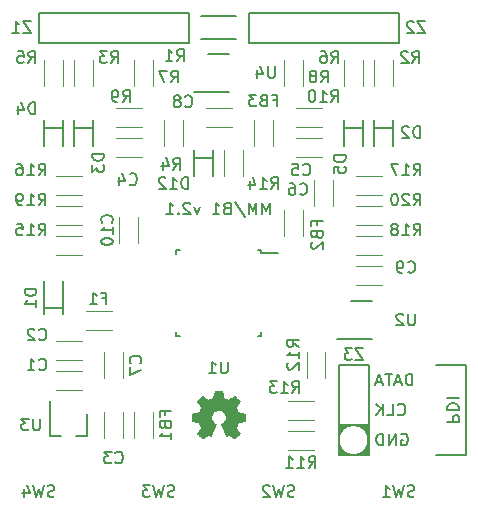
<source format=gbo>
G04 #@! TF.GenerationSoftware,KiCad,Pcbnew,5.0.2-5.0.2*
G04 #@! TF.CreationDate,2019-05-06T09:06:14+02:00*
G04 #@! TF.ProjectId,MiniMeter-B1,4d696e69-4d65-4746-9572-2d42312e6b69,2.1*
G04 #@! TF.SameCoordinates,PX7cbd980PY75aef40*
G04 #@! TF.FileFunction,Legend,Bot*
G04 #@! TF.FilePolarity,Positive*
%FSLAX46Y46*%
G04 Gerber Fmt 4.6, Leading zero omitted, Abs format (unit mm)*
G04 Created by KiCad (PCBNEW 5.0.2-5.0.2) date Mon 06 May 2019 09:06:14 CEST*
%MOMM*%
%LPD*%
G01*
G04 APERTURE LIST*
%ADD10C,0.150000*%
%ADD11C,0.120000*%
%ADD12C,0.010000*%
G04 APERTURE END LIST*
D10*
X40959619Y8100000D02*
X41959619Y8100000D01*
X41959619Y8480953D01*
X41912000Y8576191D01*
X41864380Y8623810D01*
X41769142Y8671429D01*
X41626285Y8671429D01*
X41531047Y8623810D01*
X41483428Y8576191D01*
X41435809Y8480953D01*
X41435809Y8100000D01*
X40959619Y9100000D02*
X41959619Y9100000D01*
X41959619Y9338096D01*
X41912000Y9480953D01*
X41816761Y9576191D01*
X41721523Y9623810D01*
X41531047Y9671429D01*
X41388190Y9671429D01*
X41197714Y9623810D01*
X41102476Y9576191D01*
X41007238Y9480953D01*
X40959619Y9338096D01*
X40959619Y9100000D01*
X40959619Y10100000D02*
X41959619Y10100000D01*
X42555000Y5290000D02*
X40015000Y5290000D01*
X42555000Y12910000D02*
X42555000Y5290000D01*
X40015000Y12910000D02*
X42555000Y12910000D01*
X38016595Y11187620D02*
X38016595Y12187620D01*
X37778500Y12187620D01*
X37635642Y12140000D01*
X37540404Y12044762D01*
X37492785Y11949524D01*
X37445166Y11759048D01*
X37445166Y11616191D01*
X37492785Y11425715D01*
X37540404Y11330477D01*
X37635642Y11235239D01*
X37778500Y11187620D01*
X38016595Y11187620D01*
X37064214Y11473334D02*
X36588023Y11473334D01*
X37159452Y11187620D02*
X36826119Y12187620D01*
X36492785Y11187620D01*
X36302309Y12187620D02*
X35730880Y12187620D01*
X36016595Y11187620D02*
X36016595Y12187620D01*
X35445166Y11473334D02*
X34968976Y11473334D01*
X35540404Y11187620D02*
X35207071Y12187620D01*
X34873738Y11187620D01*
X25957142Y25665620D02*
X25957142Y26665620D01*
X25623809Y25951334D01*
X25290476Y26665620D01*
X25290476Y25665620D01*
X24814285Y25665620D02*
X24814285Y26665620D01*
X24480952Y25951334D01*
X24147619Y26665620D01*
X24147619Y25665620D01*
X22957142Y26713239D02*
X23814285Y25427524D01*
X22290476Y26189429D02*
X22147619Y26141810D01*
X22100000Y26094191D01*
X22052380Y25998953D01*
X22052380Y25856096D01*
X22100000Y25760858D01*
X22147619Y25713239D01*
X22242857Y25665620D01*
X22623809Y25665620D01*
X22623809Y26665620D01*
X22290476Y26665620D01*
X22195238Y26618000D01*
X22147619Y26570381D01*
X22100000Y26475143D01*
X22100000Y26379905D01*
X22147619Y26284667D01*
X22195238Y26237048D01*
X22290476Y26189429D01*
X22623809Y26189429D01*
X21100000Y25665620D02*
X21671428Y25665620D01*
X21385714Y25665620D02*
X21385714Y26665620D01*
X21480952Y26522762D01*
X21576190Y26427524D01*
X21671428Y26379905D01*
X20004761Y26332286D02*
X19766666Y25665620D01*
X19528571Y26332286D01*
X19195238Y26570381D02*
X19147619Y26618000D01*
X19052380Y26665620D01*
X18814285Y26665620D01*
X18719047Y26618000D01*
X18671428Y26570381D01*
X18623809Y26475143D01*
X18623809Y26379905D01*
X18671428Y26237048D01*
X19242857Y25665620D01*
X18623809Y25665620D01*
X18195238Y25760858D02*
X18147619Y25713239D01*
X18195238Y25665620D01*
X18242857Y25713239D01*
X18195238Y25760858D01*
X18195238Y25665620D01*
X17195238Y25665620D02*
X17766666Y25665620D01*
X17480952Y25665620D02*
X17480952Y26665620D01*
X17576190Y26522762D01*
X17671428Y26427524D01*
X17766666Y26379905D01*
X36778500Y8742858D02*
X36826119Y8695239D01*
X36968976Y8647620D01*
X37064214Y8647620D01*
X37207071Y8695239D01*
X37302309Y8790477D01*
X37349928Y8885715D01*
X37397547Y9076191D01*
X37397547Y9219048D01*
X37349928Y9409524D01*
X37302309Y9504762D01*
X37207071Y9600000D01*
X37064214Y9647620D01*
X36968976Y9647620D01*
X36826119Y9600000D01*
X36778500Y9552381D01*
X35873738Y8647620D02*
X36349928Y8647620D01*
X36349928Y9647620D01*
X35540404Y8647620D02*
X35540404Y9647620D01*
X34968976Y8647620D02*
X35397547Y9219048D01*
X34968976Y9647620D02*
X35540404Y9076191D01*
X37064214Y7060000D02*
X37159452Y7107620D01*
X37302309Y7107620D01*
X37445166Y7060000D01*
X37540404Y6964762D01*
X37588023Y6869524D01*
X37635642Y6679048D01*
X37635642Y6536191D01*
X37588023Y6345715D01*
X37540404Y6250477D01*
X37445166Y6155239D01*
X37302309Y6107620D01*
X37207071Y6107620D01*
X37064214Y6155239D01*
X37016595Y6202858D01*
X37016595Y6536191D01*
X37207071Y6536191D01*
X36588023Y6107620D02*
X36588023Y7107620D01*
X36016595Y6107620D01*
X36016595Y7107620D01*
X35540404Y6107620D02*
X35540404Y7107620D01*
X35302309Y7107620D01*
X35159452Y7060000D01*
X35064214Y6964762D01*
X35016595Y6869524D01*
X34968976Y6679048D01*
X34968976Y6536191D01*
X35016595Y6345715D01*
X35064214Y6250477D01*
X35159452Y6155239D01*
X35302309Y6107620D01*
X35540404Y6107620D01*
G04 #@! TO.C,Z3*
X31760000Y12910000D02*
X34300000Y12910000D01*
X34300000Y12910000D02*
X34300000Y5290000D01*
X34300000Y5290000D02*
X31760000Y5290000D01*
X31760000Y5290000D02*
X31760000Y12910000D01*
X31760000Y7830000D02*
X34300000Y7830000D01*
X34300000Y6560000D02*
G75*
G03X34300000Y6560000I-1270000J0D01*
G01*
X31760000Y5798000D02*
X32268000Y5290000D01*
X32395000Y5290000D02*
X31760000Y5925000D01*
X31760000Y5671000D02*
X32141000Y5290000D01*
X32014000Y5290000D02*
X31760000Y5544000D01*
X31760000Y5417000D02*
X31887000Y5290000D01*
X34300000Y5798000D02*
X33792000Y5290000D01*
X33665000Y5290000D02*
X34300000Y5925000D01*
X33919000Y5290000D02*
X34300000Y5671000D01*
X34300000Y5544000D02*
X34046000Y5290000D01*
X34173000Y5290000D02*
X34300000Y5417000D01*
X34300000Y7322000D02*
X33792000Y7830000D01*
X33665000Y7830000D02*
X34300000Y7195000D01*
X34300000Y7576000D02*
X34046000Y7830000D01*
X33919000Y7830000D02*
X34300000Y7449000D01*
X34300000Y7703000D02*
X34173000Y7830000D01*
X32395000Y7830000D02*
X31760000Y7195000D01*
X31760000Y7322000D02*
X32268000Y7830000D01*
X32014000Y7830000D02*
X31760000Y7576000D01*
X31760000Y7703000D02*
X31887000Y7830000D01*
X32141000Y7830000D02*
X31760000Y7449000D01*
G04 #@! TO.C,D1*
X8430000Y17225000D02*
X8430000Y20025000D01*
X6830000Y17225000D02*
X6830000Y20025000D01*
X8430000Y17725000D02*
X6830000Y17725000D01*
G04 #@! TO.C,R1*
X20100000Y40485000D02*
X23100000Y40485000D01*
X23100000Y42485000D02*
X20100000Y42485000D01*
G04 #@! TO.C,D12*
X19530000Y31155000D02*
X19530000Y28955000D01*
X21130000Y31155000D02*
X21130000Y28955000D01*
X19530000Y30455000D02*
X21130000Y30455000D01*
G04 #@! TO.C,D2*
X34770000Y33695000D02*
X34770000Y31495000D01*
X36370000Y33695000D02*
X36370000Y31495000D01*
X34770000Y32995000D02*
X36370000Y32995000D01*
G04 #@! TO.C,D5*
X32230000Y33695000D02*
X32230000Y31495000D01*
X33830000Y33695000D02*
X33830000Y31495000D01*
X32230000Y32995000D02*
X33830000Y32995000D01*
G04 #@! TO.C,D3*
X9370000Y33695000D02*
X9370000Y31495000D01*
X10970000Y33695000D02*
X10970000Y31495000D01*
X9370000Y32995000D02*
X10970000Y32995000D01*
G04 #@! TO.C,D4*
X6830000Y33695000D02*
X6830000Y31495000D01*
X8430000Y33695000D02*
X8430000Y31495000D01*
X6830000Y32995000D02*
X8430000Y32995000D01*
D11*
G04 #@! TO.C,C7*
X11910000Y14010000D02*
X11910000Y11810000D01*
X13510000Y11810000D02*
X13510000Y14010000D01*
G04 #@! TO.C,C3*
X13510000Y6730000D02*
X13510000Y8930000D01*
X11910000Y8930000D02*
X11910000Y6730000D01*
G04 #@! TO.C,C2*
X7800000Y13380000D02*
X10000000Y13380000D01*
X10000000Y14980000D02*
X7800000Y14980000D01*
G04 #@! TO.C,C1*
X7800000Y10840000D02*
X10000000Y10840000D01*
X10000000Y12440000D02*
X7800000Y12440000D01*
G04 #@! TO.C,F1*
X12540000Y17520000D02*
X10340000Y17520000D01*
X10340000Y15920000D02*
X12540000Y15920000D01*
G04 #@! TO.C,FB1*
X16050000Y6730000D02*
X16050000Y8930000D01*
X14450000Y8930000D02*
X14450000Y6730000D01*
G04 #@! TO.C,C9*
X35400000Y21330000D02*
X33200000Y21330000D01*
X33200000Y19730000D02*
X35400000Y19730000D01*
G04 #@! TO.C,R11*
X29685000Y7360000D02*
X27485000Y7360000D01*
X27485000Y5760000D02*
X29685000Y5760000D01*
G04 #@! TO.C,R13*
X29685000Y9900000D02*
X27485000Y9900000D01*
X27485000Y8300000D02*
X29685000Y8300000D01*
G04 #@! TO.C,R12*
X29055000Y14010000D02*
X29055000Y11810000D01*
X30655000Y11810000D02*
X30655000Y14010000D01*
G04 #@! TO.C,C6*
X31290000Y26415000D02*
X31290000Y28615000D01*
X29690000Y28615000D02*
X29690000Y26415000D01*
G04 #@! TO.C,FB2*
X28750000Y23875000D02*
X28750000Y26075000D01*
X27150000Y26075000D02*
X27150000Y23875000D01*
G04 #@! TO.C,C10*
X14780000Y23240000D02*
X14780000Y25440000D01*
X13180000Y25440000D02*
X13180000Y23240000D01*
G04 #@! TO.C,R2*
X36370000Y36575000D02*
X36370000Y38775000D01*
X34770000Y38775000D02*
X34770000Y36575000D01*
G04 #@! TO.C,R6*
X33830000Y36575000D02*
X33830000Y38775000D01*
X32230000Y38775000D02*
X32230000Y36575000D01*
G04 #@! TO.C,R8*
X28750000Y36575000D02*
X28750000Y38775000D01*
X27150000Y38775000D02*
X27150000Y36575000D01*
G04 #@! TO.C,C5*
X28120000Y30525000D02*
X30320000Y30525000D01*
X30320000Y32125000D02*
X28120000Y32125000D01*
G04 #@! TO.C,R10*
X30320000Y34665000D02*
X28120000Y34665000D01*
X28120000Y33065000D02*
X30320000Y33065000D01*
G04 #@! TO.C,FB3*
X26210000Y31495000D02*
X26210000Y33695000D01*
X24610000Y33695000D02*
X24610000Y31495000D01*
G04 #@! TO.C,R14*
X22070000Y31155000D02*
X22070000Y28955000D01*
X23670000Y28955000D02*
X23670000Y31155000D01*
G04 #@! TO.C,C8*
X22700000Y34665000D02*
X20500000Y34665000D01*
X20500000Y33065000D02*
X22700000Y33065000D01*
G04 #@! TO.C,R4*
X18590000Y31495000D02*
X18590000Y33695000D01*
X16990000Y33695000D02*
X16990000Y31495000D01*
G04 #@! TO.C,C4*
X15080000Y32125000D02*
X12880000Y32125000D01*
X12880000Y30525000D02*
X15080000Y30525000D01*
G04 #@! TO.C,R9*
X12880000Y33065000D02*
X15080000Y33065000D01*
X15080000Y34665000D02*
X12880000Y34665000D01*
G04 #@! TO.C,R5*
X8430000Y36575000D02*
X8430000Y38775000D01*
X6830000Y38775000D02*
X6830000Y36575000D01*
G04 #@! TO.C,R3*
X10970000Y36575000D02*
X10970000Y38775000D01*
X9370000Y38775000D02*
X9370000Y36575000D01*
G04 #@! TO.C,R7*
X16050000Y36575000D02*
X16050000Y38775000D01*
X14450000Y38775000D02*
X14450000Y36575000D01*
D10*
G04 #@! TO.C,U1*
X25225000Y22400000D02*
X26650000Y22400000D01*
X17975000Y22625000D02*
X18300000Y22625000D01*
X17975000Y15375000D02*
X18300000Y15375000D01*
X25225000Y15375000D02*
X24900000Y15375000D01*
X25225000Y22625000D02*
X24900000Y22625000D01*
X25225000Y15375000D02*
X25225000Y15700000D01*
X17975000Y15375000D02*
X17975000Y15700000D01*
X17975000Y22625000D02*
X17975000Y22300000D01*
X25225000Y22625000D02*
X25225000Y22400000D01*
G04 #@! TO.C,Z2*
X24140000Y40215000D02*
X24140000Y42755000D01*
X24140000Y42755000D02*
X36840000Y42755000D01*
X36840000Y42755000D02*
X36840000Y40215000D01*
X36840000Y40215000D02*
X24140000Y40215000D01*
G04 #@! TO.C,Z1*
X6360000Y40215000D02*
X6360000Y42755000D01*
X6360000Y42755000D02*
X19060000Y42755000D01*
X19060000Y42755000D02*
X19060000Y40215000D01*
X19060000Y40215000D02*
X6360000Y40215000D01*
D12*
G04 #@! TO.C,REF\002A\002A\002A*
G36*
X21223036Y10412982D02*
X21166188Y10111430D01*
X20746662Y9938488D01*
X20495016Y10109605D01*
X20424542Y10157250D01*
X20360837Y10199790D01*
X20306874Y10235285D01*
X20265627Y10261790D01*
X20240066Y10277364D01*
X20233105Y10280722D01*
X20220565Y10272086D01*
X20193769Y10248208D01*
X20155720Y10212141D01*
X20109421Y10166933D01*
X20057877Y10115636D01*
X20004091Y10061299D01*
X19951065Y10006972D01*
X19901805Y9955705D01*
X19859313Y9910549D01*
X19826593Y9874554D01*
X19806649Y9850770D01*
X19801881Y9842810D01*
X19808743Y9828135D01*
X19827980Y9795986D01*
X19857570Y9749508D01*
X19895490Y9691844D01*
X19939718Y9626140D01*
X19965346Y9588664D01*
X20012059Y9520232D01*
X20053568Y9458480D01*
X20087860Y9406481D01*
X20112920Y9367308D01*
X20126736Y9344035D01*
X20128812Y9339145D01*
X20124105Y9325245D01*
X20111277Y9292850D01*
X20092262Y9246515D01*
X20068997Y9190794D01*
X20043416Y9130242D01*
X20017455Y9069414D01*
X19993050Y9012864D01*
X19972137Y8965148D01*
X19956651Y8930819D01*
X19948528Y8914432D01*
X19948048Y8913788D01*
X19935293Y8910659D01*
X19901323Y8903679D01*
X19849660Y8893533D01*
X19783824Y8880908D01*
X19707336Y8866491D01*
X19662710Y8858177D01*
X19580979Y8842616D01*
X19507157Y8827808D01*
X19444979Y8814564D01*
X19398178Y8803695D01*
X19370491Y8796011D01*
X19364926Y8793573D01*
X19359474Y8777070D01*
X19355076Y8739800D01*
X19351728Y8686120D01*
X19349426Y8620388D01*
X19348168Y8546963D01*
X19347952Y8470204D01*
X19348773Y8394468D01*
X19350629Y8324114D01*
X19353518Y8263500D01*
X19357435Y8216984D01*
X19362378Y8188925D01*
X19365343Y8183084D01*
X19383066Y8176083D01*
X19420619Y8166073D01*
X19473036Y8154231D01*
X19535348Y8141733D01*
X19557100Y8137690D01*
X19661976Y8118480D01*
X19744820Y8103009D01*
X19808370Y8090663D01*
X19855363Y8080827D01*
X19888537Y8072886D01*
X19910629Y8066224D01*
X19924376Y8060227D01*
X19932516Y8054281D01*
X19933655Y8053106D01*
X19945023Y8034174D01*
X19962365Y7997331D01*
X19983950Y7947087D01*
X20008046Y7887954D01*
X20032921Y7824444D01*
X20056843Y7761068D01*
X20078081Y7702338D01*
X20094903Y7652765D01*
X20105578Y7616861D01*
X20108373Y7599138D01*
X20108140Y7598517D01*
X20098669Y7584030D01*
X20077182Y7552156D01*
X20045937Y7506211D01*
X20007193Y7449515D01*
X19963207Y7385383D01*
X19950681Y7367158D01*
X19906016Y7301086D01*
X19866712Y7240800D01*
X19834912Y7189765D01*
X19812755Y7151440D01*
X19802383Y7129289D01*
X19801881Y7126568D01*
X19810595Y7112264D01*
X19834675Y7083928D01*
X19871024Y7044604D01*
X19916547Y6997339D01*
X19968148Y6945177D01*
X20022733Y6891165D01*
X20077206Y6838347D01*
X20128471Y6789769D01*
X20173433Y6748477D01*
X20208996Y6717515D01*
X20232065Y6699930D01*
X20238446Y6697059D01*
X20253301Y6703822D01*
X20283714Y6722061D01*
X20324732Y6748703D01*
X20356291Y6770148D01*
X20413475Y6809497D01*
X20481194Y6855829D01*
X20549120Y6902087D01*
X20585639Y6926845D01*
X20709248Y7010453D01*
X20813009Y6954350D01*
X20860280Y6929772D01*
X20900477Y6910669D01*
X20927674Y6899773D01*
X20934598Y6898257D01*
X20942923Y6909451D01*
X20959346Y6941083D01*
X20982643Y6990235D01*
X21011586Y7053990D01*
X21044950Y7129429D01*
X21081509Y7213636D01*
X21120036Y7303692D01*
X21159306Y7396679D01*
X21198092Y7489680D01*
X21235170Y7579777D01*
X21269311Y7664052D01*
X21299292Y7739587D01*
X21323884Y7803466D01*
X21341864Y7852769D01*
X21352003Y7884579D01*
X21353634Y7895504D01*
X21340709Y7909439D01*
X21312411Y7932060D01*
X21274654Y7958667D01*
X21271485Y7960772D01*
X21173900Y8038886D01*
X21095214Y8130018D01*
X21036109Y8231255D01*
X20997268Y8339682D01*
X20979372Y8452386D01*
X20983103Y8566452D01*
X21009143Y8678966D01*
X21058175Y8787015D01*
X21072600Y8810655D01*
X21147631Y8906113D01*
X21236270Y8982768D01*
X21335451Y9040220D01*
X21442105Y9078071D01*
X21553164Y9095922D01*
X21665561Y9093375D01*
X21776227Y9070030D01*
X21882094Y9025490D01*
X21980095Y8959355D01*
X22010410Y8932513D01*
X22087562Y8848488D01*
X22143782Y8760034D01*
X22182347Y8660885D01*
X22203826Y8562697D01*
X22209128Y8452303D01*
X22191448Y8341360D01*
X22152581Y8233619D01*
X22094323Y8132831D01*
X22018469Y8042744D01*
X21926817Y7967108D01*
X21914772Y7959136D01*
X21876611Y7933026D01*
X21847601Y7910405D01*
X21833732Y7895961D01*
X21833531Y7895504D01*
X21836508Y7879879D01*
X21848311Y7844418D01*
X21867714Y7792038D01*
X21893488Y7725655D01*
X21924409Y7648186D01*
X21959249Y7562550D01*
X21996783Y7471663D01*
X22035783Y7378441D01*
X22075023Y7285803D01*
X22113276Y7196665D01*
X22149317Y7113945D01*
X22181917Y7040559D01*
X22209852Y6979425D01*
X22231895Y6933459D01*
X22246818Y6905579D01*
X22252828Y6898257D01*
X22271191Y6903959D01*
X22305552Y6919251D01*
X22349984Y6941401D01*
X22374417Y6954350D01*
X22478178Y7010453D01*
X22601787Y6926845D01*
X22664886Y6884013D01*
X22733970Y6836878D01*
X22798707Y6792497D01*
X22831134Y6770148D01*
X22876741Y6739523D01*
X22915360Y6715253D01*
X22941952Y6700413D01*
X22950590Y6697276D01*
X22963161Y6705739D01*
X22990984Y6729364D01*
X23031361Y6765698D01*
X23081595Y6812289D01*
X23138988Y6866683D01*
X23175286Y6901608D01*
X23238790Y6964004D01*
X23293673Y7019812D01*
X23337714Y7066646D01*
X23368695Y7102118D01*
X23384398Y7123839D01*
X23385905Y7128248D01*
X23378914Y7145015D01*
X23359594Y7178918D01*
X23330091Y7226524D01*
X23292545Y7284401D01*
X23249100Y7349116D01*
X23236745Y7367158D01*
X23191727Y7432733D01*
X23151340Y7491772D01*
X23117840Y7540958D01*
X23093486Y7576972D01*
X23080536Y7596498D01*
X23079285Y7598517D01*
X23081156Y7614078D01*
X23091087Y7648291D01*
X23107347Y7696645D01*
X23128205Y7754629D01*
X23151927Y7817730D01*
X23176784Y7881437D01*
X23201042Y7941239D01*
X23222971Y7992624D01*
X23240838Y8031081D01*
X23252913Y8052098D01*
X23253771Y8053106D01*
X23261154Y8059112D01*
X23273625Y8065052D01*
X23293920Y8071540D01*
X23324778Y8079191D01*
X23368934Y8088620D01*
X23429126Y8100441D01*
X23508093Y8115271D01*
X23608570Y8133723D01*
X23630325Y8137690D01*
X23694802Y8150147D01*
X23751011Y8162334D01*
X23793987Y8173074D01*
X23818760Y8181191D01*
X23822082Y8183084D01*
X23827556Y8199862D01*
X23832006Y8237355D01*
X23835428Y8291206D01*
X23837819Y8357056D01*
X23839177Y8430547D01*
X23839499Y8507320D01*
X23838781Y8583017D01*
X23837021Y8653280D01*
X23834216Y8713750D01*
X23830362Y8760070D01*
X23825457Y8787881D01*
X23822500Y8793573D01*
X23806037Y8799314D01*
X23768551Y8808655D01*
X23713775Y8820785D01*
X23645445Y8834893D01*
X23567294Y8850170D01*
X23524716Y8858177D01*
X23443929Y8873279D01*
X23371887Y8886960D01*
X23312111Y8898533D01*
X23268121Y8907313D01*
X23243439Y8912613D01*
X23239377Y8913788D01*
X23232511Y8927035D01*
X23217998Y8958943D01*
X23197771Y9004953D01*
X23173766Y9060508D01*
X23147918Y9121047D01*
X23122160Y9182014D01*
X23098427Y9238849D01*
X23078654Y9286994D01*
X23064776Y9321890D01*
X23058726Y9338979D01*
X23058614Y9339726D01*
X23065472Y9353207D01*
X23084698Y9384230D01*
X23114272Y9429711D01*
X23152173Y9486568D01*
X23196380Y9551717D01*
X23222079Y9589138D01*
X23268907Y9657753D01*
X23310499Y9720048D01*
X23344825Y9772871D01*
X23369857Y9813073D01*
X23383565Y9837500D01*
X23385544Y9842976D01*
X23377034Y9855722D01*
X23353507Y9882937D01*
X23317968Y9921572D01*
X23273423Y9968577D01*
X23222877Y10020905D01*
X23169336Y10075505D01*
X23115805Y10129330D01*
X23065289Y10179330D01*
X23020794Y10222457D01*
X22985325Y10255661D01*
X22961887Y10275894D01*
X22954046Y10280722D01*
X22941280Y10273933D01*
X22910744Y10254858D01*
X22865410Y10225439D01*
X22808244Y10187619D01*
X22742216Y10143339D01*
X22692410Y10109605D01*
X22440764Y9938488D01*
X22231001Y10024959D01*
X22021237Y10111430D01*
X21964389Y10412982D01*
X21907540Y10714534D01*
X21279885Y10714534D01*
X21223036Y10412982D01*
X21223036Y10412982D01*
G37*
X21223036Y10412982D02*
X21166188Y10111430D01*
X20746662Y9938488D01*
X20495016Y10109605D01*
X20424542Y10157250D01*
X20360837Y10199790D01*
X20306874Y10235285D01*
X20265627Y10261790D01*
X20240066Y10277364D01*
X20233105Y10280722D01*
X20220565Y10272086D01*
X20193769Y10248208D01*
X20155720Y10212141D01*
X20109421Y10166933D01*
X20057877Y10115636D01*
X20004091Y10061299D01*
X19951065Y10006972D01*
X19901805Y9955705D01*
X19859313Y9910549D01*
X19826593Y9874554D01*
X19806649Y9850770D01*
X19801881Y9842810D01*
X19808743Y9828135D01*
X19827980Y9795986D01*
X19857570Y9749508D01*
X19895490Y9691844D01*
X19939718Y9626140D01*
X19965346Y9588664D01*
X20012059Y9520232D01*
X20053568Y9458480D01*
X20087860Y9406481D01*
X20112920Y9367308D01*
X20126736Y9344035D01*
X20128812Y9339145D01*
X20124105Y9325245D01*
X20111277Y9292850D01*
X20092262Y9246515D01*
X20068997Y9190794D01*
X20043416Y9130242D01*
X20017455Y9069414D01*
X19993050Y9012864D01*
X19972137Y8965148D01*
X19956651Y8930819D01*
X19948528Y8914432D01*
X19948048Y8913788D01*
X19935293Y8910659D01*
X19901323Y8903679D01*
X19849660Y8893533D01*
X19783824Y8880908D01*
X19707336Y8866491D01*
X19662710Y8858177D01*
X19580979Y8842616D01*
X19507157Y8827808D01*
X19444979Y8814564D01*
X19398178Y8803695D01*
X19370491Y8796011D01*
X19364926Y8793573D01*
X19359474Y8777070D01*
X19355076Y8739800D01*
X19351728Y8686120D01*
X19349426Y8620388D01*
X19348168Y8546963D01*
X19347952Y8470204D01*
X19348773Y8394468D01*
X19350629Y8324114D01*
X19353518Y8263500D01*
X19357435Y8216984D01*
X19362378Y8188925D01*
X19365343Y8183084D01*
X19383066Y8176083D01*
X19420619Y8166073D01*
X19473036Y8154231D01*
X19535348Y8141733D01*
X19557100Y8137690D01*
X19661976Y8118480D01*
X19744820Y8103009D01*
X19808370Y8090663D01*
X19855363Y8080827D01*
X19888537Y8072886D01*
X19910629Y8066224D01*
X19924376Y8060227D01*
X19932516Y8054281D01*
X19933655Y8053106D01*
X19945023Y8034174D01*
X19962365Y7997331D01*
X19983950Y7947087D01*
X20008046Y7887954D01*
X20032921Y7824444D01*
X20056843Y7761068D01*
X20078081Y7702338D01*
X20094903Y7652765D01*
X20105578Y7616861D01*
X20108373Y7599138D01*
X20108140Y7598517D01*
X20098669Y7584030D01*
X20077182Y7552156D01*
X20045937Y7506211D01*
X20007193Y7449515D01*
X19963207Y7385383D01*
X19950681Y7367158D01*
X19906016Y7301086D01*
X19866712Y7240800D01*
X19834912Y7189765D01*
X19812755Y7151440D01*
X19802383Y7129289D01*
X19801881Y7126568D01*
X19810595Y7112264D01*
X19834675Y7083928D01*
X19871024Y7044604D01*
X19916547Y6997339D01*
X19968148Y6945177D01*
X20022733Y6891165D01*
X20077206Y6838347D01*
X20128471Y6789769D01*
X20173433Y6748477D01*
X20208996Y6717515D01*
X20232065Y6699930D01*
X20238446Y6697059D01*
X20253301Y6703822D01*
X20283714Y6722061D01*
X20324732Y6748703D01*
X20356291Y6770148D01*
X20413475Y6809497D01*
X20481194Y6855829D01*
X20549120Y6902087D01*
X20585639Y6926845D01*
X20709248Y7010453D01*
X20813009Y6954350D01*
X20860280Y6929772D01*
X20900477Y6910669D01*
X20927674Y6899773D01*
X20934598Y6898257D01*
X20942923Y6909451D01*
X20959346Y6941083D01*
X20982643Y6990235D01*
X21011586Y7053990D01*
X21044950Y7129429D01*
X21081509Y7213636D01*
X21120036Y7303692D01*
X21159306Y7396679D01*
X21198092Y7489680D01*
X21235170Y7579777D01*
X21269311Y7664052D01*
X21299292Y7739587D01*
X21323884Y7803466D01*
X21341864Y7852769D01*
X21352003Y7884579D01*
X21353634Y7895504D01*
X21340709Y7909439D01*
X21312411Y7932060D01*
X21274654Y7958667D01*
X21271485Y7960772D01*
X21173900Y8038886D01*
X21095214Y8130018D01*
X21036109Y8231255D01*
X20997268Y8339682D01*
X20979372Y8452386D01*
X20983103Y8566452D01*
X21009143Y8678966D01*
X21058175Y8787015D01*
X21072600Y8810655D01*
X21147631Y8906113D01*
X21236270Y8982768D01*
X21335451Y9040220D01*
X21442105Y9078071D01*
X21553164Y9095922D01*
X21665561Y9093375D01*
X21776227Y9070030D01*
X21882094Y9025490D01*
X21980095Y8959355D01*
X22010410Y8932513D01*
X22087562Y8848488D01*
X22143782Y8760034D01*
X22182347Y8660885D01*
X22203826Y8562697D01*
X22209128Y8452303D01*
X22191448Y8341360D01*
X22152581Y8233619D01*
X22094323Y8132831D01*
X22018469Y8042744D01*
X21926817Y7967108D01*
X21914772Y7959136D01*
X21876611Y7933026D01*
X21847601Y7910405D01*
X21833732Y7895961D01*
X21833531Y7895504D01*
X21836508Y7879879D01*
X21848311Y7844418D01*
X21867714Y7792038D01*
X21893488Y7725655D01*
X21924409Y7648186D01*
X21959249Y7562550D01*
X21996783Y7471663D01*
X22035783Y7378441D01*
X22075023Y7285803D01*
X22113276Y7196665D01*
X22149317Y7113945D01*
X22181917Y7040559D01*
X22209852Y6979425D01*
X22231895Y6933459D01*
X22246818Y6905579D01*
X22252828Y6898257D01*
X22271191Y6903959D01*
X22305552Y6919251D01*
X22349984Y6941401D01*
X22374417Y6954350D01*
X22478178Y7010453D01*
X22601787Y6926845D01*
X22664886Y6884013D01*
X22733970Y6836878D01*
X22798707Y6792497D01*
X22831134Y6770148D01*
X22876741Y6739523D01*
X22915360Y6715253D01*
X22941952Y6700413D01*
X22950590Y6697276D01*
X22963161Y6705739D01*
X22990984Y6729364D01*
X23031361Y6765698D01*
X23081595Y6812289D01*
X23138988Y6866683D01*
X23175286Y6901608D01*
X23238790Y6964004D01*
X23293673Y7019812D01*
X23337714Y7066646D01*
X23368695Y7102118D01*
X23384398Y7123839D01*
X23385905Y7128248D01*
X23378914Y7145015D01*
X23359594Y7178918D01*
X23330091Y7226524D01*
X23292545Y7284401D01*
X23249100Y7349116D01*
X23236745Y7367158D01*
X23191727Y7432733D01*
X23151340Y7491772D01*
X23117840Y7540958D01*
X23093486Y7576972D01*
X23080536Y7596498D01*
X23079285Y7598517D01*
X23081156Y7614078D01*
X23091087Y7648291D01*
X23107347Y7696645D01*
X23128205Y7754629D01*
X23151927Y7817730D01*
X23176784Y7881437D01*
X23201042Y7941239D01*
X23222971Y7992624D01*
X23240838Y8031081D01*
X23252913Y8052098D01*
X23253771Y8053106D01*
X23261154Y8059112D01*
X23273625Y8065052D01*
X23293920Y8071540D01*
X23324778Y8079191D01*
X23368934Y8088620D01*
X23429126Y8100441D01*
X23508093Y8115271D01*
X23608570Y8133723D01*
X23630325Y8137690D01*
X23694802Y8150147D01*
X23751011Y8162334D01*
X23793987Y8173074D01*
X23818760Y8181191D01*
X23822082Y8183084D01*
X23827556Y8199862D01*
X23832006Y8237355D01*
X23835428Y8291206D01*
X23837819Y8357056D01*
X23839177Y8430547D01*
X23839499Y8507320D01*
X23838781Y8583017D01*
X23837021Y8653280D01*
X23834216Y8713750D01*
X23830362Y8760070D01*
X23825457Y8787881D01*
X23822500Y8793573D01*
X23806037Y8799314D01*
X23768551Y8808655D01*
X23713775Y8820785D01*
X23645445Y8834893D01*
X23567294Y8850170D01*
X23524716Y8858177D01*
X23443929Y8873279D01*
X23371887Y8886960D01*
X23312111Y8898533D01*
X23268121Y8907313D01*
X23243439Y8912613D01*
X23239377Y8913788D01*
X23232511Y8927035D01*
X23217998Y8958943D01*
X23197771Y9004953D01*
X23173766Y9060508D01*
X23147918Y9121047D01*
X23122160Y9182014D01*
X23098427Y9238849D01*
X23078654Y9286994D01*
X23064776Y9321890D01*
X23058726Y9338979D01*
X23058614Y9339726D01*
X23065472Y9353207D01*
X23084698Y9384230D01*
X23114272Y9429711D01*
X23152173Y9486568D01*
X23196380Y9551717D01*
X23222079Y9589138D01*
X23268907Y9657753D01*
X23310499Y9720048D01*
X23344825Y9772871D01*
X23369857Y9813073D01*
X23383565Y9837500D01*
X23385544Y9842976D01*
X23377034Y9855722D01*
X23353507Y9882937D01*
X23317968Y9921572D01*
X23273423Y9968577D01*
X23222877Y10020905D01*
X23169336Y10075505D01*
X23115805Y10129330D01*
X23065289Y10179330D01*
X23020794Y10222457D01*
X22985325Y10255661D01*
X22961887Y10275894D01*
X22954046Y10280722D01*
X22941280Y10273933D01*
X22910744Y10254858D01*
X22865410Y10225439D01*
X22808244Y10187619D01*
X22742216Y10143339D01*
X22692410Y10109605D01*
X22440764Y9938488D01*
X22231001Y10024959D01*
X22021237Y10111430D01*
X21964389Y10412982D01*
X21907540Y10714534D01*
X21279885Y10714534D01*
X21223036Y10412982D01*
D10*
G04 #@! TO.C,U3*
X7300000Y6950000D02*
X7300000Y9900000D01*
X10500000Y8750000D02*
X10500000Y6950000D01*
X10500000Y6950000D02*
X9500000Y6950000D01*
X7300000Y6950000D02*
X8300000Y6950000D01*
G04 #@! TO.C,U4*
X22500000Y36075000D02*
X19550000Y36075000D01*
X20700000Y39275000D02*
X22500000Y39275000D01*
G04 #@! TO.C,U2*
X34600000Y15120000D02*
X31650000Y15120000D01*
X32800000Y18320000D02*
X34600000Y18320000D01*
D11*
G04 #@! TO.C,R17*
X33200000Y27350000D02*
X35400000Y27350000D01*
X35400000Y28950000D02*
X33200000Y28950000D01*
G04 #@! TO.C,R18*
X35400000Y23870000D02*
X33200000Y23870000D01*
X33200000Y22270000D02*
X35400000Y22270000D01*
G04 #@! TO.C,R20*
X33200000Y24810000D02*
X35400000Y24810000D01*
X35400000Y26410000D02*
X33200000Y26410000D01*
G04 #@! TO.C,R19*
X7800000Y24810000D02*
X10000000Y24810000D01*
X10000000Y26410000D02*
X7800000Y26410000D01*
G04 #@! TO.C,R16*
X10000000Y28950000D02*
X7800000Y28950000D01*
X7800000Y27350000D02*
X10000000Y27350000D01*
G04 #@! TO.C,R15*
X7800000Y22270000D02*
X10000000Y22270000D01*
X10000000Y23870000D02*
X7800000Y23870000D01*
G04 #@! TO.C,Z3*
D10*
X33839523Y14347620D02*
X33172857Y14347620D01*
X33839523Y13347620D01*
X33172857Y13347620D01*
X32887142Y14347620D02*
X32268095Y14347620D01*
X32601428Y13966667D01*
X32458571Y13966667D01*
X32363333Y13919048D01*
X32315714Y13871429D01*
X32268095Y13776191D01*
X32268095Y13538096D01*
X32315714Y13442858D01*
X32363333Y13395239D01*
X32458571Y13347620D01*
X32744285Y13347620D01*
X32839523Y13395239D01*
X32887142Y13442858D01*
G04 #@! TO.C,D1*
X6177380Y19363096D02*
X5177380Y19363096D01*
X5177380Y19125000D01*
X5225000Y18982143D01*
X5320238Y18886905D01*
X5415476Y18839286D01*
X5605952Y18791667D01*
X5748809Y18791667D01*
X5939285Y18839286D01*
X6034523Y18886905D01*
X6129761Y18982143D01*
X6177380Y19125000D01*
X6177380Y19363096D01*
X6177380Y17839286D02*
X6177380Y18410715D01*
X6177380Y18125000D02*
X5177380Y18125000D01*
X5320238Y18220239D01*
X5415476Y18315477D01*
X5463095Y18410715D01*
G04 #@! TO.C,R1*
X18066666Y38647620D02*
X18400000Y39123810D01*
X18638095Y38647620D02*
X18638095Y39647620D01*
X18257142Y39647620D01*
X18161904Y39600000D01*
X18114285Y39552381D01*
X18066666Y39457143D01*
X18066666Y39314286D01*
X18114285Y39219048D01*
X18161904Y39171429D01*
X18257142Y39123810D01*
X18638095Y39123810D01*
X17114285Y38647620D02*
X17685714Y38647620D01*
X17400000Y38647620D02*
X17400000Y39647620D01*
X17495238Y39504762D01*
X17590476Y39409524D01*
X17685714Y39361905D01*
G04 #@! TO.C,D12*
X19004285Y27824620D02*
X19004285Y28824620D01*
X18766190Y28824620D01*
X18623333Y28777000D01*
X18528095Y28681762D01*
X18480476Y28586524D01*
X18432857Y28396048D01*
X18432857Y28253191D01*
X18480476Y28062715D01*
X18528095Y27967477D01*
X18623333Y27872239D01*
X18766190Y27824620D01*
X19004285Y27824620D01*
X17480476Y27824620D02*
X18051904Y27824620D01*
X17766190Y27824620D02*
X17766190Y28824620D01*
X17861428Y28681762D01*
X17956666Y28586524D01*
X18051904Y28538905D01*
X17099523Y28729381D02*
X17051904Y28777000D01*
X16956666Y28824620D01*
X16718571Y28824620D01*
X16623333Y28777000D01*
X16575714Y28729381D01*
X16528095Y28634143D01*
X16528095Y28538905D01*
X16575714Y28396048D01*
X17147142Y27824620D01*
X16528095Y27824620D01*
G04 #@! TO.C,D2*
X38638095Y32142620D02*
X38638095Y33142620D01*
X38400000Y33142620D01*
X38257142Y33095000D01*
X38161904Y32999762D01*
X38114285Y32904524D01*
X38066666Y32714048D01*
X38066666Y32571191D01*
X38114285Y32380715D01*
X38161904Y32285477D01*
X38257142Y32190239D01*
X38400000Y32142620D01*
X38638095Y32142620D01*
X37685714Y33047381D02*
X37638095Y33095000D01*
X37542857Y33142620D01*
X37304761Y33142620D01*
X37209523Y33095000D01*
X37161904Y33047381D01*
X37114285Y32952143D01*
X37114285Y32856905D01*
X37161904Y32714048D01*
X37733333Y32142620D01*
X37114285Y32142620D01*
G04 #@! TO.C,D5*
X32352380Y30666096D02*
X31352380Y30666096D01*
X31352380Y30428000D01*
X31400000Y30285143D01*
X31495238Y30189905D01*
X31590476Y30142286D01*
X31780952Y30094667D01*
X31923809Y30094667D01*
X32114285Y30142286D01*
X32209523Y30189905D01*
X32304761Y30285143D01*
X32352380Y30428000D01*
X32352380Y30666096D01*
X31352380Y29189905D02*
X31352380Y29666096D01*
X31828571Y29713715D01*
X31780952Y29666096D01*
X31733333Y29570858D01*
X31733333Y29332762D01*
X31780952Y29237524D01*
X31828571Y29189905D01*
X31923809Y29142286D01*
X32161904Y29142286D01*
X32257142Y29189905D01*
X32304761Y29237524D01*
X32352380Y29332762D01*
X32352380Y29570858D01*
X32304761Y29666096D01*
X32257142Y29713715D01*
G04 #@! TO.C,D3*
X11892380Y30793096D02*
X10892380Y30793096D01*
X10892380Y30555000D01*
X10940000Y30412143D01*
X11035238Y30316905D01*
X11130476Y30269286D01*
X11320952Y30221667D01*
X11463809Y30221667D01*
X11654285Y30269286D01*
X11749523Y30316905D01*
X11844761Y30412143D01*
X11892380Y30555000D01*
X11892380Y30793096D01*
X10892380Y29888334D02*
X10892380Y29269286D01*
X11273333Y29602620D01*
X11273333Y29459762D01*
X11320952Y29364524D01*
X11368571Y29316905D01*
X11463809Y29269286D01*
X11701904Y29269286D01*
X11797142Y29316905D01*
X11844761Y29364524D01*
X11892380Y29459762D01*
X11892380Y29745477D01*
X11844761Y29840715D01*
X11797142Y29888334D01*
G04 #@! TO.C,D4*
X6082095Y34147620D02*
X6082095Y35147620D01*
X5844000Y35147620D01*
X5701142Y35100000D01*
X5605904Y35004762D01*
X5558285Y34909524D01*
X5510666Y34719048D01*
X5510666Y34576191D01*
X5558285Y34385715D01*
X5605904Y34290477D01*
X5701142Y34195239D01*
X5844000Y34147620D01*
X6082095Y34147620D01*
X4653523Y34814286D02*
X4653523Y34147620D01*
X4891619Y35195239D02*
X5129714Y34480953D01*
X4510666Y34480953D01*
G04 #@! TO.C,C7*
X14972142Y13076667D02*
X15019761Y13124286D01*
X15067380Y13267143D01*
X15067380Y13362381D01*
X15019761Y13505239D01*
X14924523Y13600477D01*
X14829285Y13648096D01*
X14638809Y13695715D01*
X14495952Y13695715D01*
X14305476Y13648096D01*
X14210238Y13600477D01*
X14115000Y13505239D01*
X14067380Y13362381D01*
X14067380Y13267143D01*
X14115000Y13124286D01*
X14162619Y13076667D01*
X14067380Y12743334D02*
X14067380Y12076667D01*
X15067380Y12505239D01*
G04 #@! TO.C,C3*
X12876666Y4678858D02*
X12924285Y4631239D01*
X13067142Y4583620D01*
X13162380Y4583620D01*
X13305238Y4631239D01*
X13400476Y4726477D01*
X13448095Y4821715D01*
X13495714Y5012191D01*
X13495714Y5155048D01*
X13448095Y5345524D01*
X13400476Y5440762D01*
X13305238Y5536000D01*
X13162380Y5583620D01*
X13067142Y5583620D01*
X12924285Y5536000D01*
X12876666Y5488381D01*
X12543333Y5583620D02*
X11924285Y5583620D01*
X12257619Y5202667D01*
X12114761Y5202667D01*
X12019523Y5155048D01*
X11971904Y5107429D01*
X11924285Y5012191D01*
X11924285Y4774096D01*
X11971904Y4678858D01*
X12019523Y4631239D01*
X12114761Y4583620D01*
X12400476Y4583620D01*
X12495714Y4631239D01*
X12543333Y4678858D01*
G04 #@! TO.C,C2*
X6399666Y15092858D02*
X6447285Y15045239D01*
X6590142Y14997620D01*
X6685380Y14997620D01*
X6828238Y15045239D01*
X6923476Y15140477D01*
X6971095Y15235715D01*
X7018714Y15426191D01*
X7018714Y15569048D01*
X6971095Y15759524D01*
X6923476Y15854762D01*
X6828238Y15950000D01*
X6685380Y15997620D01*
X6590142Y15997620D01*
X6447285Y15950000D01*
X6399666Y15902381D01*
X6018714Y15902381D02*
X5971095Y15950000D01*
X5875857Y15997620D01*
X5637761Y15997620D01*
X5542523Y15950000D01*
X5494904Y15902381D01*
X5447285Y15807143D01*
X5447285Y15711905D01*
X5494904Y15569048D01*
X6066333Y14997620D01*
X5447285Y14997620D01*
G04 #@! TO.C,C1*
X6399666Y12552858D02*
X6447285Y12505239D01*
X6590142Y12457620D01*
X6685380Y12457620D01*
X6828238Y12505239D01*
X6923476Y12600477D01*
X6971095Y12695715D01*
X7018714Y12886191D01*
X7018714Y13029048D01*
X6971095Y13219524D01*
X6923476Y13314762D01*
X6828238Y13410000D01*
X6685380Y13457620D01*
X6590142Y13457620D01*
X6447285Y13410000D01*
X6399666Y13362381D01*
X5447285Y12457620D02*
X6018714Y12457620D01*
X5733000Y12457620D02*
X5733000Y13457620D01*
X5828238Y13314762D01*
X5923476Y13219524D01*
X6018714Y13171905D01*
G04 #@! TO.C,F1*
X11773333Y18569429D02*
X12106666Y18569429D01*
X12106666Y18045620D02*
X12106666Y19045620D01*
X11630476Y19045620D01*
X10725714Y18045620D02*
X11297142Y18045620D01*
X11011428Y18045620D02*
X11011428Y19045620D01*
X11106666Y18902762D01*
X11201904Y18807524D01*
X11297142Y18759905D01*
G04 #@! TO.C,FB1*
X17083571Y8663334D02*
X17083571Y8996667D01*
X17607380Y8996667D02*
X16607380Y8996667D01*
X16607380Y8520477D01*
X17083571Y7806191D02*
X17131190Y7663334D01*
X17178809Y7615715D01*
X17274047Y7568096D01*
X17416904Y7568096D01*
X17512142Y7615715D01*
X17559761Y7663334D01*
X17607380Y7758572D01*
X17607380Y8139524D01*
X16607380Y8139524D01*
X16607380Y7806191D01*
X16655000Y7710953D01*
X16702619Y7663334D01*
X16797857Y7615715D01*
X16893095Y7615715D01*
X16988333Y7663334D01*
X17035952Y7710953D01*
X17083571Y7806191D01*
X17083571Y8139524D01*
X17607380Y6615715D02*
X17607380Y7187143D01*
X17607380Y6901429D02*
X16607380Y6901429D01*
X16750238Y6996667D01*
X16845476Y7091905D01*
X16893095Y7187143D01*
G04 #@! TO.C,C9*
X37641666Y20807858D02*
X37689285Y20760239D01*
X37832142Y20712620D01*
X37927380Y20712620D01*
X38070238Y20760239D01*
X38165476Y20855477D01*
X38213095Y20950715D01*
X38260714Y21141191D01*
X38260714Y21284048D01*
X38213095Y21474524D01*
X38165476Y21569762D01*
X38070238Y21665000D01*
X37927380Y21712620D01*
X37832142Y21712620D01*
X37689285Y21665000D01*
X37641666Y21617381D01*
X37165476Y20712620D02*
X36975000Y20712620D01*
X36879761Y20760239D01*
X36832142Y20807858D01*
X36736904Y20950715D01*
X36689285Y21141191D01*
X36689285Y21522143D01*
X36736904Y21617381D01*
X36784523Y21665000D01*
X36879761Y21712620D01*
X37070238Y21712620D01*
X37165476Y21665000D01*
X37213095Y21617381D01*
X37260714Y21522143D01*
X37260714Y21284048D01*
X37213095Y21188810D01*
X37165476Y21141191D01*
X37070238Y21093572D01*
X36879761Y21093572D01*
X36784523Y21141191D01*
X36736904Y21188810D01*
X36689285Y21284048D01*
G04 #@! TO.C,R11*
X29227857Y4202620D02*
X29561190Y4678810D01*
X29799285Y4202620D02*
X29799285Y5202620D01*
X29418333Y5202620D01*
X29323095Y5155000D01*
X29275476Y5107381D01*
X29227857Y5012143D01*
X29227857Y4869286D01*
X29275476Y4774048D01*
X29323095Y4726429D01*
X29418333Y4678810D01*
X29799285Y4678810D01*
X28275476Y4202620D02*
X28846904Y4202620D01*
X28561190Y4202620D02*
X28561190Y5202620D01*
X28656428Y5059762D01*
X28751666Y4964524D01*
X28846904Y4916905D01*
X27323095Y4202620D02*
X27894523Y4202620D01*
X27608809Y4202620D02*
X27608809Y5202620D01*
X27704047Y5059762D01*
X27799285Y4964524D01*
X27894523Y4916905D01*
G04 #@! TO.C,R13*
X27830857Y10552620D02*
X28164190Y11028810D01*
X28402285Y10552620D02*
X28402285Y11552620D01*
X28021333Y11552620D01*
X27926095Y11505000D01*
X27878476Y11457381D01*
X27830857Y11362143D01*
X27830857Y11219286D01*
X27878476Y11124048D01*
X27926095Y11076429D01*
X28021333Y11028810D01*
X28402285Y11028810D01*
X26878476Y10552620D02*
X27449904Y10552620D01*
X27164190Y10552620D02*
X27164190Y11552620D01*
X27259428Y11409762D01*
X27354666Y11314524D01*
X27449904Y11266905D01*
X26545142Y11552620D02*
X25926095Y11552620D01*
X26259428Y11171667D01*
X26116571Y11171667D01*
X26021333Y11124048D01*
X25973714Y11076429D01*
X25926095Y10981191D01*
X25926095Y10743096D01*
X25973714Y10647858D01*
X26021333Y10600239D01*
X26116571Y10552620D01*
X26402285Y10552620D01*
X26497523Y10600239D01*
X26545142Y10647858D01*
G04 #@! TO.C,R12*
X28402380Y14441858D02*
X27926190Y14775191D01*
X28402380Y15013286D02*
X27402380Y15013286D01*
X27402380Y14632334D01*
X27450000Y14537096D01*
X27497619Y14489477D01*
X27592857Y14441858D01*
X27735714Y14441858D01*
X27830952Y14489477D01*
X27878571Y14537096D01*
X27926190Y14632334D01*
X27926190Y15013286D01*
X28402380Y13489477D02*
X28402380Y14060905D01*
X28402380Y13775191D02*
X27402380Y13775191D01*
X27545238Y13870429D01*
X27640476Y13965667D01*
X27688095Y14060905D01*
X27497619Y13108524D02*
X27450000Y13060905D01*
X27402380Y12965667D01*
X27402380Y12727572D01*
X27450000Y12632334D01*
X27497619Y12584715D01*
X27592857Y12537096D01*
X27688095Y12537096D01*
X27830952Y12584715D01*
X28402380Y13156143D01*
X28402380Y12537096D01*
G04 #@! TO.C,C6*
X28497666Y27411858D02*
X28545285Y27364239D01*
X28688142Y27316620D01*
X28783380Y27316620D01*
X28926238Y27364239D01*
X29021476Y27459477D01*
X29069095Y27554715D01*
X29116714Y27745191D01*
X29116714Y27888048D01*
X29069095Y28078524D01*
X29021476Y28173762D01*
X28926238Y28269000D01*
X28783380Y28316620D01*
X28688142Y28316620D01*
X28545285Y28269000D01*
X28497666Y28221381D01*
X27640523Y28316620D02*
X27831000Y28316620D01*
X27926238Y28269000D01*
X27973857Y28221381D01*
X28069095Y28078524D01*
X28116714Y27888048D01*
X28116714Y27507096D01*
X28069095Y27411858D01*
X28021476Y27364239D01*
X27926238Y27316620D01*
X27735761Y27316620D01*
X27640523Y27364239D01*
X27592904Y27411858D01*
X27545285Y27507096D01*
X27545285Y27745191D01*
X27592904Y27840429D01*
X27640523Y27888048D01*
X27735761Y27935667D01*
X27926238Y27935667D01*
X28021476Y27888048D01*
X28069095Y27840429D01*
X28116714Y27745191D01*
G04 #@! TO.C,FB2*
X29910571Y24792334D02*
X29910571Y25125667D01*
X30434380Y25125667D02*
X29434380Y25125667D01*
X29434380Y24649477D01*
X29910571Y23935191D02*
X29958190Y23792334D01*
X30005809Y23744715D01*
X30101047Y23697096D01*
X30243904Y23697096D01*
X30339142Y23744715D01*
X30386761Y23792334D01*
X30434380Y23887572D01*
X30434380Y24268524D01*
X29434380Y24268524D01*
X29434380Y23935191D01*
X29482000Y23839953D01*
X29529619Y23792334D01*
X29624857Y23744715D01*
X29720095Y23744715D01*
X29815333Y23792334D01*
X29862952Y23839953D01*
X29910571Y23935191D01*
X29910571Y24268524D01*
X29529619Y23316143D02*
X29482000Y23268524D01*
X29434380Y23173286D01*
X29434380Y22935191D01*
X29482000Y22839953D01*
X29529619Y22792334D01*
X29624857Y22744715D01*
X29720095Y22744715D01*
X29862952Y22792334D01*
X30434380Y23363762D01*
X30434380Y22744715D01*
G04 #@! TO.C,C10*
X12559142Y24982858D02*
X12606761Y25030477D01*
X12654380Y25173334D01*
X12654380Y25268572D01*
X12606761Y25411429D01*
X12511523Y25506667D01*
X12416285Y25554286D01*
X12225809Y25601905D01*
X12082952Y25601905D01*
X11892476Y25554286D01*
X11797238Y25506667D01*
X11702000Y25411429D01*
X11654380Y25268572D01*
X11654380Y25173334D01*
X11702000Y25030477D01*
X11749619Y24982858D01*
X12654380Y24030477D02*
X12654380Y24601905D01*
X12654380Y24316191D02*
X11654380Y24316191D01*
X11797238Y24411429D01*
X11892476Y24506667D01*
X11940095Y24601905D01*
X11654380Y23411429D02*
X11654380Y23316191D01*
X11702000Y23220953D01*
X11749619Y23173334D01*
X11844857Y23125715D01*
X12035333Y23078096D01*
X12273428Y23078096D01*
X12463904Y23125715D01*
X12559142Y23173334D01*
X12606761Y23220953D01*
X12654380Y23316191D01*
X12654380Y23411429D01*
X12606761Y23506667D01*
X12559142Y23554286D01*
X12463904Y23601905D01*
X12273428Y23649524D01*
X12035333Y23649524D01*
X11844857Y23601905D01*
X11749619Y23554286D01*
X11702000Y23506667D01*
X11654380Y23411429D01*
G04 #@! TO.C,R2*
X38022666Y38492620D02*
X38356000Y38968810D01*
X38594095Y38492620D02*
X38594095Y39492620D01*
X38213142Y39492620D01*
X38117904Y39445000D01*
X38070285Y39397381D01*
X38022666Y39302143D01*
X38022666Y39159286D01*
X38070285Y39064048D01*
X38117904Y39016429D01*
X38213142Y38968810D01*
X38594095Y38968810D01*
X37641714Y39397381D02*
X37594095Y39445000D01*
X37498857Y39492620D01*
X37260761Y39492620D01*
X37165523Y39445000D01*
X37117904Y39397381D01*
X37070285Y39302143D01*
X37070285Y39206905D01*
X37117904Y39064048D01*
X37689333Y38492620D01*
X37070285Y38492620D01*
G04 #@! TO.C,R6*
X31164666Y38492620D02*
X31498000Y38968810D01*
X31736095Y38492620D02*
X31736095Y39492620D01*
X31355142Y39492620D01*
X31259904Y39445000D01*
X31212285Y39397381D01*
X31164666Y39302143D01*
X31164666Y39159286D01*
X31212285Y39064048D01*
X31259904Y39016429D01*
X31355142Y38968810D01*
X31736095Y38968810D01*
X30307523Y39492620D02*
X30498000Y39492620D01*
X30593238Y39445000D01*
X30640857Y39397381D01*
X30736095Y39254524D01*
X30783714Y39064048D01*
X30783714Y38683096D01*
X30736095Y38587858D01*
X30688476Y38540239D01*
X30593238Y38492620D01*
X30402761Y38492620D01*
X30307523Y38540239D01*
X30259904Y38587858D01*
X30212285Y38683096D01*
X30212285Y38921191D01*
X30259904Y39016429D01*
X30307523Y39064048D01*
X30402761Y39111667D01*
X30593238Y39111667D01*
X30688476Y39064048D01*
X30736095Y39016429D01*
X30783714Y38921191D01*
G04 #@! TO.C,R8*
X30275666Y36841620D02*
X30609000Y37317810D01*
X30847095Y36841620D02*
X30847095Y37841620D01*
X30466142Y37841620D01*
X30370904Y37794000D01*
X30323285Y37746381D01*
X30275666Y37651143D01*
X30275666Y37508286D01*
X30323285Y37413048D01*
X30370904Y37365429D01*
X30466142Y37317810D01*
X30847095Y37317810D01*
X29704238Y37413048D02*
X29799476Y37460667D01*
X29847095Y37508286D01*
X29894714Y37603524D01*
X29894714Y37651143D01*
X29847095Y37746381D01*
X29799476Y37794000D01*
X29704238Y37841620D01*
X29513761Y37841620D01*
X29418523Y37794000D01*
X29370904Y37746381D01*
X29323285Y37651143D01*
X29323285Y37603524D01*
X29370904Y37508286D01*
X29418523Y37460667D01*
X29513761Y37413048D01*
X29704238Y37413048D01*
X29799476Y37365429D01*
X29847095Y37317810D01*
X29894714Y37222572D01*
X29894714Y37032096D01*
X29847095Y36936858D01*
X29799476Y36889239D01*
X29704238Y36841620D01*
X29513761Y36841620D01*
X29418523Y36889239D01*
X29370904Y36936858D01*
X29323285Y37032096D01*
X29323285Y37222572D01*
X29370904Y37317810D01*
X29418523Y37365429D01*
X29513761Y37413048D01*
G04 #@! TO.C,C5*
X28751666Y29062858D02*
X28799285Y29015239D01*
X28942142Y28967620D01*
X29037380Y28967620D01*
X29180238Y29015239D01*
X29275476Y29110477D01*
X29323095Y29205715D01*
X29370714Y29396191D01*
X29370714Y29539048D01*
X29323095Y29729524D01*
X29275476Y29824762D01*
X29180238Y29920000D01*
X29037380Y29967620D01*
X28942142Y29967620D01*
X28799285Y29920000D01*
X28751666Y29872381D01*
X27846904Y29967620D02*
X28323095Y29967620D01*
X28370714Y29491429D01*
X28323095Y29539048D01*
X28227857Y29586667D01*
X27989761Y29586667D01*
X27894523Y29539048D01*
X27846904Y29491429D01*
X27799285Y29396191D01*
X27799285Y29158096D01*
X27846904Y29062858D01*
X27894523Y29015239D01*
X27989761Y28967620D01*
X28227857Y28967620D01*
X28323095Y29015239D01*
X28370714Y29062858D01*
G04 #@! TO.C,R10*
X31132857Y35190620D02*
X31466190Y35666810D01*
X31704285Y35190620D02*
X31704285Y36190620D01*
X31323333Y36190620D01*
X31228095Y36143000D01*
X31180476Y36095381D01*
X31132857Y36000143D01*
X31132857Y35857286D01*
X31180476Y35762048D01*
X31228095Y35714429D01*
X31323333Y35666810D01*
X31704285Y35666810D01*
X30180476Y35190620D02*
X30751904Y35190620D01*
X30466190Y35190620D02*
X30466190Y36190620D01*
X30561428Y36047762D01*
X30656666Y35952524D01*
X30751904Y35904905D01*
X29561428Y36190620D02*
X29466190Y36190620D01*
X29370952Y36143000D01*
X29323333Y36095381D01*
X29275714Y36000143D01*
X29228095Y35809667D01*
X29228095Y35571572D01*
X29275714Y35381096D01*
X29323333Y35285858D01*
X29370952Y35238239D01*
X29466190Y35190620D01*
X29561428Y35190620D01*
X29656666Y35238239D01*
X29704285Y35285858D01*
X29751904Y35381096D01*
X29799523Y35571572D01*
X29799523Y35809667D01*
X29751904Y36000143D01*
X29704285Y36095381D01*
X29656666Y36143000D01*
X29561428Y36190620D01*
G04 #@! TO.C,FB3*
X26243333Y35333429D02*
X26576666Y35333429D01*
X26576666Y34809620D02*
X26576666Y35809620D01*
X26100476Y35809620D01*
X25386190Y35333429D02*
X25243333Y35285810D01*
X25195714Y35238191D01*
X25148095Y35142953D01*
X25148095Y35000096D01*
X25195714Y34904858D01*
X25243333Y34857239D01*
X25338571Y34809620D01*
X25719523Y34809620D01*
X25719523Y35809620D01*
X25386190Y35809620D01*
X25290952Y35762000D01*
X25243333Y35714381D01*
X25195714Y35619143D01*
X25195714Y35523905D01*
X25243333Y35428667D01*
X25290952Y35381048D01*
X25386190Y35333429D01*
X25719523Y35333429D01*
X24814761Y35809620D02*
X24195714Y35809620D01*
X24529047Y35428667D01*
X24386190Y35428667D01*
X24290952Y35381048D01*
X24243333Y35333429D01*
X24195714Y35238191D01*
X24195714Y35000096D01*
X24243333Y34904858D01*
X24290952Y34857239D01*
X24386190Y34809620D01*
X24671904Y34809620D01*
X24767142Y34857239D01*
X24814761Y34904858D01*
G04 #@! TO.C,R14*
X26052857Y27824620D02*
X26386190Y28300810D01*
X26624285Y27824620D02*
X26624285Y28824620D01*
X26243333Y28824620D01*
X26148095Y28777000D01*
X26100476Y28729381D01*
X26052857Y28634143D01*
X26052857Y28491286D01*
X26100476Y28396048D01*
X26148095Y28348429D01*
X26243333Y28300810D01*
X26624285Y28300810D01*
X25100476Y27824620D02*
X25671904Y27824620D01*
X25386190Y27824620D02*
X25386190Y28824620D01*
X25481428Y28681762D01*
X25576666Y28586524D01*
X25671904Y28538905D01*
X24243333Y28491286D02*
X24243333Y27824620D01*
X24481428Y28872239D02*
X24719523Y28157953D01*
X24100476Y28157953D01*
G04 #@! TO.C,C8*
X18766666Y34842858D02*
X18814285Y34795239D01*
X18957142Y34747620D01*
X19052380Y34747620D01*
X19195238Y34795239D01*
X19290476Y34890477D01*
X19338095Y34985715D01*
X19385714Y35176191D01*
X19385714Y35319048D01*
X19338095Y35509524D01*
X19290476Y35604762D01*
X19195238Y35700000D01*
X19052380Y35747620D01*
X18957142Y35747620D01*
X18814285Y35700000D01*
X18766666Y35652381D01*
X18195238Y35319048D02*
X18290476Y35366667D01*
X18338095Y35414286D01*
X18385714Y35509524D01*
X18385714Y35557143D01*
X18338095Y35652381D01*
X18290476Y35700000D01*
X18195238Y35747620D01*
X18004761Y35747620D01*
X17909523Y35700000D01*
X17861904Y35652381D01*
X17814285Y35557143D01*
X17814285Y35509524D01*
X17861904Y35414286D01*
X17909523Y35366667D01*
X18004761Y35319048D01*
X18195238Y35319048D01*
X18290476Y35271429D01*
X18338095Y35223810D01*
X18385714Y35128572D01*
X18385714Y34938096D01*
X18338095Y34842858D01*
X18290476Y34795239D01*
X18195238Y34747620D01*
X18004761Y34747620D01*
X17909523Y34795239D01*
X17861904Y34842858D01*
X17814285Y34938096D01*
X17814285Y35128572D01*
X17861904Y35223810D01*
X17909523Y35271429D01*
X18004761Y35319048D01*
G04 #@! TO.C,R4*
X17766666Y29447620D02*
X18100000Y29923810D01*
X18338095Y29447620D02*
X18338095Y30447620D01*
X17957142Y30447620D01*
X17861904Y30400000D01*
X17814285Y30352381D01*
X17766666Y30257143D01*
X17766666Y30114286D01*
X17814285Y30019048D01*
X17861904Y29971429D01*
X17957142Y29923810D01*
X18338095Y29923810D01*
X16909523Y30114286D02*
X16909523Y29447620D01*
X17147619Y30495239D02*
X17385714Y29780953D01*
X16766666Y29780953D01*
G04 #@! TO.C,C4*
X14066666Y28242858D02*
X14114285Y28195239D01*
X14257142Y28147620D01*
X14352380Y28147620D01*
X14495238Y28195239D01*
X14590476Y28290477D01*
X14638095Y28385715D01*
X14685714Y28576191D01*
X14685714Y28719048D01*
X14638095Y28909524D01*
X14590476Y29004762D01*
X14495238Y29100000D01*
X14352380Y29147620D01*
X14257142Y29147620D01*
X14114285Y29100000D01*
X14066666Y29052381D01*
X13209523Y28814286D02*
X13209523Y28147620D01*
X13447619Y29195239D02*
X13685714Y28480953D01*
X13066666Y28480953D01*
G04 #@! TO.C,R9*
X13511666Y35190620D02*
X13845000Y35666810D01*
X14083095Y35190620D02*
X14083095Y36190620D01*
X13702142Y36190620D01*
X13606904Y36143000D01*
X13559285Y36095381D01*
X13511666Y36000143D01*
X13511666Y35857286D01*
X13559285Y35762048D01*
X13606904Y35714429D01*
X13702142Y35666810D01*
X14083095Y35666810D01*
X13035476Y35190620D02*
X12845000Y35190620D01*
X12749761Y35238239D01*
X12702142Y35285858D01*
X12606904Y35428715D01*
X12559285Y35619191D01*
X12559285Y36000143D01*
X12606904Y36095381D01*
X12654523Y36143000D01*
X12749761Y36190620D01*
X12940238Y36190620D01*
X13035476Y36143000D01*
X13083095Y36095381D01*
X13130714Y36000143D01*
X13130714Y35762048D01*
X13083095Y35666810D01*
X13035476Y35619191D01*
X12940238Y35571572D01*
X12749761Y35571572D01*
X12654523Y35619191D01*
X12606904Y35666810D01*
X12559285Y35762048D01*
G04 #@! TO.C,R5*
X5510666Y38492620D02*
X5844000Y38968810D01*
X6082095Y38492620D02*
X6082095Y39492620D01*
X5701142Y39492620D01*
X5605904Y39445000D01*
X5558285Y39397381D01*
X5510666Y39302143D01*
X5510666Y39159286D01*
X5558285Y39064048D01*
X5605904Y39016429D01*
X5701142Y38968810D01*
X6082095Y38968810D01*
X4605904Y39492620D02*
X5082095Y39492620D01*
X5129714Y39016429D01*
X5082095Y39064048D01*
X4986857Y39111667D01*
X4748761Y39111667D01*
X4653523Y39064048D01*
X4605904Y39016429D01*
X4558285Y38921191D01*
X4558285Y38683096D01*
X4605904Y38587858D01*
X4653523Y38540239D01*
X4748761Y38492620D01*
X4986857Y38492620D01*
X5082095Y38540239D01*
X5129714Y38587858D01*
G04 #@! TO.C,R3*
X12495666Y38492620D02*
X12829000Y38968810D01*
X13067095Y38492620D02*
X13067095Y39492620D01*
X12686142Y39492620D01*
X12590904Y39445000D01*
X12543285Y39397381D01*
X12495666Y39302143D01*
X12495666Y39159286D01*
X12543285Y39064048D01*
X12590904Y39016429D01*
X12686142Y38968810D01*
X13067095Y38968810D01*
X12162333Y39492620D02*
X11543285Y39492620D01*
X11876619Y39111667D01*
X11733761Y39111667D01*
X11638523Y39064048D01*
X11590904Y39016429D01*
X11543285Y38921191D01*
X11543285Y38683096D01*
X11590904Y38587858D01*
X11638523Y38540239D01*
X11733761Y38492620D01*
X12019476Y38492620D01*
X12114714Y38540239D01*
X12162333Y38587858D01*
G04 #@! TO.C,R7*
X17575666Y36841620D02*
X17909000Y37317810D01*
X18147095Y36841620D02*
X18147095Y37841620D01*
X17766142Y37841620D01*
X17670904Y37794000D01*
X17623285Y37746381D01*
X17575666Y37651143D01*
X17575666Y37508286D01*
X17623285Y37413048D01*
X17670904Y37365429D01*
X17766142Y37317810D01*
X18147095Y37317810D01*
X17242333Y37841620D02*
X16575666Y37841620D01*
X17004238Y36841620D01*
G04 #@! TO.C,SW1*
X38173333Y1795239D02*
X38030476Y1747620D01*
X37792380Y1747620D01*
X37697142Y1795239D01*
X37649523Y1842858D01*
X37601904Y1938096D01*
X37601904Y2033334D01*
X37649523Y2128572D01*
X37697142Y2176191D01*
X37792380Y2223810D01*
X37982857Y2271429D01*
X38078095Y2319048D01*
X38125714Y2366667D01*
X38173333Y2461905D01*
X38173333Y2557143D01*
X38125714Y2652381D01*
X38078095Y2700000D01*
X37982857Y2747620D01*
X37744761Y2747620D01*
X37601904Y2700000D01*
X37268571Y2747620D02*
X37030476Y1747620D01*
X36840000Y2461905D01*
X36649523Y1747620D01*
X36411428Y2747620D01*
X35506666Y1747620D02*
X36078095Y1747620D01*
X35792380Y1747620D02*
X35792380Y2747620D01*
X35887619Y2604762D01*
X35982857Y2509524D01*
X36078095Y2461905D01*
G04 #@! TO.C,SW2*
X28013333Y1795239D02*
X27870476Y1747620D01*
X27632380Y1747620D01*
X27537142Y1795239D01*
X27489523Y1842858D01*
X27441904Y1938096D01*
X27441904Y2033334D01*
X27489523Y2128572D01*
X27537142Y2176191D01*
X27632380Y2223810D01*
X27822857Y2271429D01*
X27918095Y2319048D01*
X27965714Y2366667D01*
X28013333Y2461905D01*
X28013333Y2557143D01*
X27965714Y2652381D01*
X27918095Y2700000D01*
X27822857Y2747620D01*
X27584761Y2747620D01*
X27441904Y2700000D01*
X27108571Y2747620D02*
X26870476Y1747620D01*
X26680000Y2461905D01*
X26489523Y1747620D01*
X26251428Y2747620D01*
X25918095Y2652381D02*
X25870476Y2700000D01*
X25775238Y2747620D01*
X25537142Y2747620D01*
X25441904Y2700000D01*
X25394285Y2652381D01*
X25346666Y2557143D01*
X25346666Y2461905D01*
X25394285Y2319048D01*
X25965714Y1747620D01*
X25346666Y1747620D01*
G04 #@! TO.C,SW3*
X17853333Y1795239D02*
X17710476Y1747620D01*
X17472380Y1747620D01*
X17377142Y1795239D01*
X17329523Y1842858D01*
X17281904Y1938096D01*
X17281904Y2033334D01*
X17329523Y2128572D01*
X17377142Y2176191D01*
X17472380Y2223810D01*
X17662857Y2271429D01*
X17758095Y2319048D01*
X17805714Y2366667D01*
X17853333Y2461905D01*
X17853333Y2557143D01*
X17805714Y2652381D01*
X17758095Y2700000D01*
X17662857Y2747620D01*
X17424761Y2747620D01*
X17281904Y2700000D01*
X16948571Y2747620D02*
X16710476Y1747620D01*
X16520000Y2461905D01*
X16329523Y1747620D01*
X16091428Y2747620D01*
X15805714Y2747620D02*
X15186666Y2747620D01*
X15520000Y2366667D01*
X15377142Y2366667D01*
X15281904Y2319048D01*
X15234285Y2271429D01*
X15186666Y2176191D01*
X15186666Y1938096D01*
X15234285Y1842858D01*
X15281904Y1795239D01*
X15377142Y1747620D01*
X15662857Y1747620D01*
X15758095Y1795239D01*
X15805714Y1842858D01*
G04 #@! TO.C,SW4*
X7693333Y1795239D02*
X7550476Y1747620D01*
X7312380Y1747620D01*
X7217142Y1795239D01*
X7169523Y1842858D01*
X7121904Y1938096D01*
X7121904Y2033334D01*
X7169523Y2128572D01*
X7217142Y2176191D01*
X7312380Y2223810D01*
X7502857Y2271429D01*
X7598095Y2319048D01*
X7645714Y2366667D01*
X7693333Y2461905D01*
X7693333Y2557143D01*
X7645714Y2652381D01*
X7598095Y2700000D01*
X7502857Y2747620D01*
X7264761Y2747620D01*
X7121904Y2700000D01*
X6788571Y2747620D02*
X6550476Y1747620D01*
X6360000Y2461905D01*
X6169523Y1747620D01*
X5931428Y2747620D01*
X5121904Y2414286D02*
X5121904Y1747620D01*
X5360000Y2795239D02*
X5598095Y2080953D01*
X4979047Y2080953D01*
G04 #@! TO.C,U1*
X22361904Y13203620D02*
X22361904Y12394096D01*
X22314285Y12298858D01*
X22266666Y12251239D01*
X22171428Y12203620D01*
X21980952Y12203620D01*
X21885714Y12251239D01*
X21838095Y12298858D01*
X21790476Y12394096D01*
X21790476Y13203620D01*
X20790476Y12203620D02*
X21361904Y12203620D01*
X21076190Y12203620D02*
X21076190Y13203620D01*
X21171428Y13060762D01*
X21266666Y12965524D01*
X21361904Y12917905D01*
G04 #@! TO.C,Z2*
X39109523Y42047620D02*
X38442857Y42047620D01*
X39109523Y41047620D01*
X38442857Y41047620D01*
X38109523Y41952381D02*
X38061904Y42000000D01*
X37966666Y42047620D01*
X37728571Y42047620D01*
X37633333Y42000000D01*
X37585714Y41952381D01*
X37538095Y41857143D01*
X37538095Y41761905D01*
X37585714Y41619048D01*
X38157142Y41047620D01*
X37538095Y41047620D01*
G04 #@! TO.C,Z1*
X5709523Y42047620D02*
X5042857Y42047620D01*
X5709523Y41047620D01*
X5042857Y41047620D01*
X4138095Y41047620D02*
X4709523Y41047620D01*
X4423809Y41047620D02*
X4423809Y42047620D01*
X4519047Y41904762D01*
X4614285Y41809524D01*
X4709523Y41761905D01*
G04 #@! TO.C,U3*
X6486904Y8377620D02*
X6486904Y7568096D01*
X6439285Y7472858D01*
X6391666Y7425239D01*
X6296428Y7377620D01*
X6105952Y7377620D01*
X6010714Y7425239D01*
X5963095Y7472858D01*
X5915476Y7568096D01*
X5915476Y8377620D01*
X5534523Y8377620D02*
X4915476Y8377620D01*
X5248809Y7996667D01*
X5105952Y7996667D01*
X5010714Y7949048D01*
X4963095Y7901429D01*
X4915476Y7806191D01*
X4915476Y7568096D01*
X4963095Y7472858D01*
X5010714Y7425239D01*
X5105952Y7377620D01*
X5391666Y7377620D01*
X5486904Y7425239D01*
X5534523Y7472858D01*
G04 #@! TO.C,U4*
X26361904Y38222620D02*
X26361904Y37413096D01*
X26314285Y37317858D01*
X26266666Y37270239D01*
X26171428Y37222620D01*
X25980952Y37222620D01*
X25885714Y37270239D01*
X25838095Y37317858D01*
X25790476Y37413096D01*
X25790476Y38222620D01*
X24885714Y37889286D02*
X24885714Y37222620D01*
X25123809Y38270239D02*
X25361904Y37555953D01*
X24742857Y37555953D01*
G04 #@! TO.C,U2*
X38236904Y17267620D02*
X38236904Y16458096D01*
X38189285Y16362858D01*
X38141666Y16315239D01*
X38046428Y16267620D01*
X37855952Y16267620D01*
X37760714Y16315239D01*
X37713095Y16362858D01*
X37665476Y16458096D01*
X37665476Y17267620D01*
X37236904Y17172381D02*
X37189285Y17220000D01*
X37094047Y17267620D01*
X36855952Y17267620D01*
X36760714Y17220000D01*
X36713095Y17172381D01*
X36665476Y17077143D01*
X36665476Y16981905D01*
X36713095Y16839048D01*
X37284523Y16267620D01*
X36665476Y16267620D01*
G04 #@! TO.C,R17*
X38117857Y28967620D02*
X38451190Y29443810D01*
X38689285Y28967620D02*
X38689285Y29967620D01*
X38308333Y29967620D01*
X38213095Y29920000D01*
X38165476Y29872381D01*
X38117857Y29777143D01*
X38117857Y29634286D01*
X38165476Y29539048D01*
X38213095Y29491429D01*
X38308333Y29443810D01*
X38689285Y29443810D01*
X37165476Y28967620D02*
X37736904Y28967620D01*
X37451190Y28967620D02*
X37451190Y29967620D01*
X37546428Y29824762D01*
X37641666Y29729524D01*
X37736904Y29681905D01*
X36832142Y29967620D02*
X36165476Y29967620D01*
X36594047Y28967620D01*
G04 #@! TO.C,R18*
X38117857Y23887620D02*
X38451190Y24363810D01*
X38689285Y23887620D02*
X38689285Y24887620D01*
X38308333Y24887620D01*
X38213095Y24840000D01*
X38165476Y24792381D01*
X38117857Y24697143D01*
X38117857Y24554286D01*
X38165476Y24459048D01*
X38213095Y24411429D01*
X38308333Y24363810D01*
X38689285Y24363810D01*
X37165476Y23887620D02*
X37736904Y23887620D01*
X37451190Y23887620D02*
X37451190Y24887620D01*
X37546428Y24744762D01*
X37641666Y24649524D01*
X37736904Y24601905D01*
X36594047Y24459048D02*
X36689285Y24506667D01*
X36736904Y24554286D01*
X36784523Y24649524D01*
X36784523Y24697143D01*
X36736904Y24792381D01*
X36689285Y24840000D01*
X36594047Y24887620D01*
X36403571Y24887620D01*
X36308333Y24840000D01*
X36260714Y24792381D01*
X36213095Y24697143D01*
X36213095Y24649524D01*
X36260714Y24554286D01*
X36308333Y24506667D01*
X36403571Y24459048D01*
X36594047Y24459048D01*
X36689285Y24411429D01*
X36736904Y24363810D01*
X36784523Y24268572D01*
X36784523Y24078096D01*
X36736904Y23982858D01*
X36689285Y23935239D01*
X36594047Y23887620D01*
X36403571Y23887620D01*
X36308333Y23935239D01*
X36260714Y23982858D01*
X36213095Y24078096D01*
X36213095Y24268572D01*
X36260714Y24363810D01*
X36308333Y24411429D01*
X36403571Y24459048D01*
G04 #@! TO.C,R20*
X38117857Y26427620D02*
X38451190Y26903810D01*
X38689285Y26427620D02*
X38689285Y27427620D01*
X38308333Y27427620D01*
X38213095Y27380000D01*
X38165476Y27332381D01*
X38117857Y27237143D01*
X38117857Y27094286D01*
X38165476Y26999048D01*
X38213095Y26951429D01*
X38308333Y26903810D01*
X38689285Y26903810D01*
X37736904Y27332381D02*
X37689285Y27380000D01*
X37594047Y27427620D01*
X37355952Y27427620D01*
X37260714Y27380000D01*
X37213095Y27332381D01*
X37165476Y27237143D01*
X37165476Y27141905D01*
X37213095Y26999048D01*
X37784523Y26427620D01*
X37165476Y26427620D01*
X36546428Y27427620D02*
X36451190Y27427620D01*
X36355952Y27380000D01*
X36308333Y27332381D01*
X36260714Y27237143D01*
X36213095Y27046667D01*
X36213095Y26808572D01*
X36260714Y26618096D01*
X36308333Y26522858D01*
X36355952Y26475239D01*
X36451190Y26427620D01*
X36546428Y26427620D01*
X36641666Y26475239D01*
X36689285Y26522858D01*
X36736904Y26618096D01*
X36784523Y26808572D01*
X36784523Y27046667D01*
X36736904Y27237143D01*
X36689285Y27332381D01*
X36641666Y27380000D01*
X36546428Y27427620D01*
G04 #@! TO.C,R19*
X6367857Y26427620D02*
X6701190Y26903810D01*
X6939285Y26427620D02*
X6939285Y27427620D01*
X6558333Y27427620D01*
X6463095Y27380000D01*
X6415476Y27332381D01*
X6367857Y27237143D01*
X6367857Y27094286D01*
X6415476Y26999048D01*
X6463095Y26951429D01*
X6558333Y26903810D01*
X6939285Y26903810D01*
X5415476Y26427620D02*
X5986904Y26427620D01*
X5701190Y26427620D02*
X5701190Y27427620D01*
X5796428Y27284762D01*
X5891666Y27189524D01*
X5986904Y27141905D01*
X4939285Y26427620D02*
X4748809Y26427620D01*
X4653571Y26475239D01*
X4605952Y26522858D01*
X4510714Y26665715D01*
X4463095Y26856191D01*
X4463095Y27237143D01*
X4510714Y27332381D01*
X4558333Y27380000D01*
X4653571Y27427620D01*
X4844047Y27427620D01*
X4939285Y27380000D01*
X4986904Y27332381D01*
X5034523Y27237143D01*
X5034523Y26999048D01*
X4986904Y26903810D01*
X4939285Y26856191D01*
X4844047Y26808572D01*
X4653571Y26808572D01*
X4558333Y26856191D01*
X4510714Y26903810D01*
X4463095Y26999048D01*
G04 #@! TO.C,R16*
X6367857Y28967620D02*
X6701190Y29443810D01*
X6939285Y28967620D02*
X6939285Y29967620D01*
X6558333Y29967620D01*
X6463095Y29920000D01*
X6415476Y29872381D01*
X6367857Y29777143D01*
X6367857Y29634286D01*
X6415476Y29539048D01*
X6463095Y29491429D01*
X6558333Y29443810D01*
X6939285Y29443810D01*
X5415476Y28967620D02*
X5986904Y28967620D01*
X5701190Y28967620D02*
X5701190Y29967620D01*
X5796428Y29824762D01*
X5891666Y29729524D01*
X5986904Y29681905D01*
X4558333Y29967620D02*
X4748809Y29967620D01*
X4844047Y29920000D01*
X4891666Y29872381D01*
X4986904Y29729524D01*
X5034523Y29539048D01*
X5034523Y29158096D01*
X4986904Y29062858D01*
X4939285Y29015239D01*
X4844047Y28967620D01*
X4653571Y28967620D01*
X4558333Y29015239D01*
X4510714Y29062858D01*
X4463095Y29158096D01*
X4463095Y29396191D01*
X4510714Y29491429D01*
X4558333Y29539048D01*
X4653571Y29586667D01*
X4844047Y29586667D01*
X4939285Y29539048D01*
X4986904Y29491429D01*
X5034523Y29396191D01*
G04 #@! TO.C,R15*
X6367857Y23887620D02*
X6701190Y24363810D01*
X6939285Y23887620D02*
X6939285Y24887620D01*
X6558333Y24887620D01*
X6463095Y24840000D01*
X6415476Y24792381D01*
X6367857Y24697143D01*
X6367857Y24554286D01*
X6415476Y24459048D01*
X6463095Y24411429D01*
X6558333Y24363810D01*
X6939285Y24363810D01*
X5415476Y23887620D02*
X5986904Y23887620D01*
X5701190Y23887620D02*
X5701190Y24887620D01*
X5796428Y24744762D01*
X5891666Y24649524D01*
X5986904Y24601905D01*
X4510714Y24887620D02*
X4986904Y24887620D01*
X5034523Y24411429D01*
X4986904Y24459048D01*
X4891666Y24506667D01*
X4653571Y24506667D01*
X4558333Y24459048D01*
X4510714Y24411429D01*
X4463095Y24316191D01*
X4463095Y24078096D01*
X4510714Y23982858D01*
X4558333Y23935239D01*
X4653571Y23887620D01*
X4891666Y23887620D01*
X4986904Y23935239D01*
X5034523Y23982858D01*
G04 #@! TD*
M02*

</source>
